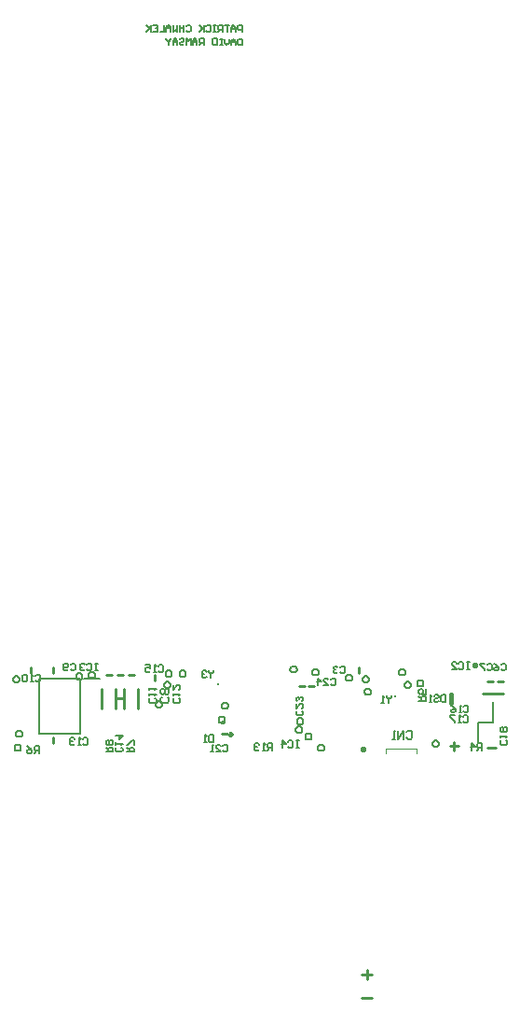
<source format=gbo>
%FSTAX23Y23*%
%MOIN*%
%SFA1B1*%

%IPPOS*%
%ADD10C,0.009800*%
%ADD11C,0.007900*%
%ADD12C,0.003900*%
%ADD13C,0.010000*%
%ADD14C,0.008000*%
%ADD15C,0.005000*%
%ADD16C,0.006000*%
%ADD102C,0.005100*%
%ADD103C,0.015700*%
%LNpower_pcb-1*%
%LPD*%
G54D10*
X01884Y01495D02*
D01*
X01884Y01495*
X01884Y01495*
X01884Y01496*
X01884Y01496*
X01884Y01496*
X01884Y01496*
X01884Y01497*
X01884Y01497*
X01883Y01497*
X01883Y01498*
X01883Y01498*
X01883Y01498*
X01883Y01498*
X01882Y01499*
X01882Y01499*
X01882Y01499*
X01881Y01499*
X01881Y01499*
X01881Y01499*
X0188Y01499*
X0188Y01499*
X0188Y01499*
X01879*
X01879Y01499*
X01879Y01499*
X01878Y01499*
X01878Y01499*
X01878Y01499*
X01877Y01499*
X01877Y01499*
X01877Y01499*
X01876Y01498*
X01876Y01498*
X01876Y01498*
X01876Y01498*
X01876Y01497*
X01875Y01497*
X01875Y01497*
X01875Y01496*
X01875Y01496*
X01875Y01496*
X01875Y01496*
X01875Y01495*
X01875Y01495*
X01875Y01495*
X01875Y01494*
X01875Y01494*
X01875Y01493*
X01875Y01493*
X01875Y01493*
X01875Y01493*
X01875Y01492*
X01875Y01492*
X01876Y01492*
X01876Y01491*
X01876Y01491*
X01876Y01491*
X01876Y01491*
X01877Y0149*
X01877Y0149*
X01877Y0149*
X01878Y0149*
X01878Y0149*
X01878Y0149*
X01879Y0149*
X01879Y0149*
X01879Y0149*
X0188*
X0188Y0149*
X0188Y0149*
X01881Y0149*
X01881Y0149*
X01881Y0149*
X01882Y0149*
X01882Y0149*
X01882Y0149*
X01883Y01491*
X01883Y01491*
X01883Y01491*
X01883Y01491*
X01883Y01492*
X01884Y01492*
X01884Y01492*
X01884Y01493*
X01884Y01493*
X01884Y01493*
X01884Y01493*
X01884Y01494*
X01884Y01494*
X01884Y01495*
X0101Y01247D02*
D01*
X0101Y01248*
X0101Y01248*
X0101Y01248*
X0101Y01249*
X0101Y01249*
X01009Y01249*
X01009Y0125*
X01009Y0125*
X01009Y0125*
X01009Y0125*
X01008Y01251*
X01008Y01251*
X01008Y01251*
X01008Y01251*
X01007Y01251*
X01007Y01252*
X01007Y01252*
X01006Y01252*
X01006Y01252*
X01006Y01252*
X01005Y01252*
X01005Y01252*
X01005*
X01004Y01252*
X01004Y01252*
X01004Y01252*
X01003Y01252*
X01003Y01252*
X01003Y01252*
X01002Y01251*
X01002Y01251*
X01002Y01251*
X01002Y01251*
X01001Y01251*
X01001Y0125*
X01001Y0125*
X01001Y0125*
X01001Y0125*
X01Y01249*
X01Y01249*
X01Y01249*
X01Y01248*
X01Y01248*
X01Y01248*
X01Y01247*
X01Y01247*
X01Y01247*
X01Y01246*
X01Y01246*
X01Y01246*
X01Y01245*
X01001Y01245*
X01001Y01245*
X01001Y01244*
X01001Y01244*
X01001Y01244*
X01002Y01244*
X01002Y01243*
X01002Y01243*
X01002Y01243*
X01003Y01243*
X01003Y01243*
X01003Y01243*
X01004Y01242*
X01004Y01242*
X01004Y01242*
X01005Y01242*
X01005*
X01005Y01242*
X01006Y01242*
X01006Y01242*
X01006Y01243*
X01007Y01243*
X01007Y01243*
X01007Y01243*
X01008Y01243*
X01008Y01243*
X01008Y01244*
X01008Y01244*
X01009Y01244*
X01009Y01244*
X01009Y01245*
X01009Y01245*
X01009Y01245*
X0101Y01246*
X0101Y01246*
X0101Y01246*
X0101Y01247*
X0101Y01247*
X0101Y01247*
G54D11*
X00978Y01286D02*
D01*
X00978Y01286*
X00979Y01286*
X00979Y01286*
X00979Y01286*
X0098Y01286*
X0098Y01286*
X0098Y01286*
X0098Y01286*
X0098Y01286*
X00981Y01287*
X00981Y01287*
X00981Y01287*
X00981Y01287*
X00981Y01287*
X00982Y01288*
X00982Y01288*
X00982Y01288*
X00982Y01288*
X00982Y01289*
X00982Y01289*
X00982Y01289*
X00982Y01289*
Y0129*
X00982Y0129*
X00982Y0129*
X00982Y0129*
X00982Y01291*
X00982Y01291*
X00982Y01291*
X00982Y01291*
X00981Y01292*
X00981Y01292*
X00981Y01292*
X00981Y01292*
X00981Y01292*
X0098Y01293*
X0098Y01293*
X0098Y01293*
X0098Y01293*
X0098Y01293*
X00979Y01293*
X00979Y01293*
X00979Y01293*
X00978Y01293*
X00978Y01293*
D01*
X00978Y01293*
X00978Y01293*
X00977Y01293*
X00977Y01293*
X00977Y01293*
X00977Y01293*
X00976Y01293*
X00976Y01293*
X00976Y01293*
X00976Y01292*
X00975Y01292*
X00975Y01292*
X00975Y01292*
X00975Y01292*
X00975Y01291*
X00975Y01291*
X00975Y01291*
X00974Y01291*
X00974Y0129*
X00974Y0129*
X00974Y0129*
X00974Y0129*
Y01289*
X00974Y01289*
X00974Y01289*
X00974Y01289*
X00974Y01288*
X00975Y01288*
X00975Y01288*
X00975Y01288*
X00975Y01287*
X00975Y01287*
X00975Y01287*
X00975Y01287*
X00976Y01287*
X00976Y01286*
X00976Y01286*
X00976Y01286*
X00977Y01286*
X00977Y01286*
X00977Y01286*
X00977Y01286*
X00978Y01286*
X00978Y01286*
X00978Y01286*
X00321Y01446D02*
X00467D01*
X00321Y01249D02*
Y01446D01*
Y01249D02*
X00467D01*
Y01446*
X0048Y01447D02*
X00539D01*
G54D12*
X00958Y01427D02*
D01*
X00958Y01427*
X00958Y01427*
X00958Y01427*
X00958Y01427*
X00958Y01426*
X00958Y01426*
X00958Y01426*
X00958Y01426*
X00958Y01426*
X00958Y01426*
X00958Y01426*
X00958Y01426*
X00959Y01426*
X00959Y01425*
X00959Y01425*
X00959Y01425*
X00959Y01425*
X00959Y01425*
X00959Y01425*
X00959Y01425*
X0096Y01425*
X0096Y01425*
X0096*
X0096Y01425*
X0096Y01425*
X0096Y01425*
X0096Y01425*
X00961Y01425*
X00961Y01425*
X00961Y01425*
X00961Y01425*
X00961Y01426*
X00961Y01426*
X00961Y01426*
X00961Y01426*
X00961Y01426*
X00961Y01426*
X00962Y01426*
X00962Y01426*
X00962Y01426*
X00962Y01427*
X00962Y01427*
X00962Y01427*
X00962Y01427*
X00962Y01427*
D01*
X00962Y01427*
X00962Y01427*
X00962Y01428*
X00962Y01428*
X00962Y01428*
X00962Y01428*
X00961Y01428*
X00961Y01428*
X00961Y01428*
X00961Y01428*
X00961Y01428*
X00961Y01429*
X00961Y01429*
X00961Y01429*
X00961Y01429*
X00961Y01429*
X0096Y01429*
X0096Y01429*
X0096Y01429*
X0096Y01429*
X0096Y01429*
X0096Y01429*
X0096*
X00959Y01429*
X00959Y01429*
X00959Y01429*
X00959Y01429*
X00959Y01429*
X00959Y01429*
X00959Y01429*
X00959Y01429*
X00958Y01429*
X00958Y01429*
X00958Y01428*
X00958Y01428*
X00958Y01428*
X00958Y01428*
X00958Y01428*
X00958Y01428*
X00958Y01428*
X00958Y01428*
X00958Y01428*
X00958Y01427*
X00958Y01427*
X00958Y01427*
X01592Y01384D02*
D01*
X01592Y01384*
X01592Y01384*
X01592Y01384*
X01592Y01384*
X01592Y01384*
X01592Y01384*
X01592Y01383*
X01592Y01383*
X01592Y01383*
X01593Y01383*
X01593Y01383*
X01593Y01383*
X01593Y01383*
X01593Y01383*
X01593Y01383*
X01593Y01383*
X01593Y01383*
X01593Y01382*
X01594Y01382*
X01594Y01382*
X01594Y01382*
X01594Y01382*
X01594*
X01594Y01382*
X01594Y01382*
X01595Y01382*
X01595Y01382*
X01595Y01383*
X01595Y01383*
X01595Y01383*
X01595Y01383*
X01595Y01383*
X01595Y01383*
X01596Y01383*
X01596Y01383*
X01596Y01383*
X01596Y01383*
X01596Y01383*
X01596Y01384*
X01596Y01384*
X01596Y01384*
X01596Y01384*
X01596Y01384*
X01596Y01384*
X01596Y01384*
D01*
X01596Y01385*
X01596Y01385*
X01596Y01385*
X01596Y01385*
X01596Y01385*
X01596Y01385*
X01596Y01385*
X01596Y01385*
X01596Y01386*
X01596Y01386*
X01595Y01386*
X01595Y01386*
X01595Y01386*
X01595Y01386*
X01595Y01386*
X01595Y01386*
X01595Y01386*
X01595Y01386*
X01594Y01386*
X01594Y01386*
X01594Y01386*
X01594Y01386*
X01594*
X01594Y01386*
X01594Y01386*
X01594Y01386*
X01593Y01386*
X01593Y01386*
X01593Y01386*
X01593Y01386*
X01593Y01386*
X01593Y01386*
X01593Y01386*
X01593Y01386*
X01592Y01386*
X01592Y01386*
X01592Y01385*
X01592Y01385*
X01592Y01385*
X01592Y01385*
X01592Y01385*
X01592Y01385*
X01592Y01385*
X01592Y01385*
X01592Y01384*
X01562Y01181D02*
Y01197D01*
X01671*
Y01181D02*
Y01197D01*
G54D13*
X01484Y01195D02*
D01*
X01484Y01195*
X01484Y01195*
X01484Y01195*
X01484Y01196*
X01484Y01196*
X01484Y01196*
X01483Y01197*
X01483Y01197*
X01483Y01197*
X01483Y01197*
X01483Y01198*
X01482Y01198*
X01482Y01198*
X01482Y01198*
X01482Y01198*
X01481Y01198*
X01481Y01199*
X01481Y01199*
X01481Y01199*
X0148Y01199*
X0148Y01199*
X0148Y01199*
X01479*
X01479Y01199*
X01479Y01199*
X01478Y01199*
X01478Y01199*
X01478Y01199*
X01478Y01198*
X01477Y01198*
X01477Y01198*
X01477Y01198*
X01477Y01198*
X01476Y01198*
X01476Y01197*
X01476Y01197*
X01476Y01197*
X01476Y01197*
X01475Y01196*
X01475Y01196*
X01475Y01196*
X01475Y01195*
X01475Y01195*
X01475Y01195*
X01475Y01195*
X01475Y01194*
X01475Y01194*
X01475Y01194*
X01475Y01193*
X01475Y01193*
X01475Y01193*
X01476Y01192*
X01476Y01192*
X01476Y01192*
X01476Y01192*
X01476Y01191*
X01477Y01191*
X01477Y01191*
X01477Y01191*
X01477Y01191*
X01478Y01191*
X01478Y0119*
X01478Y0119*
X01478Y0119*
X01479Y0119*
X01479Y0119*
X01479Y0119*
X0148*
X0148Y0119*
X0148Y0119*
X01481Y0119*
X01481Y0119*
X01481Y0119*
X01481Y01191*
X01482Y01191*
X01482Y01191*
X01482Y01191*
X01482Y01191*
X01483Y01191*
X01483Y01192*
X01483Y01192*
X01483Y01192*
X01483Y01192*
X01484Y01193*
X01484Y01193*
X01484Y01193*
X01484Y01194*
X01484Y01194*
X01484Y01194*
X01484Y01195*
X01805Y0119D02*
Y0122D01*
X01925Y012D02*
X01955D01*
X0179Y01205D02*
X0182D01*
X01909Y01394D02*
X0198D01*
X0196Y01435D02*
X0198D01*
X01465Y01465D02*
Y01485D01*
X0125Y0142D02*
X0127D01*
X01285D02*
X01305D01*
X006Y01375D02*
X0062D01*
X00626Y01339D02*
Y0141D01*
X00673Y01339D02*
Y0141D01*
X00975Y0125D02*
X00995D01*
X00735Y0144D02*
Y0146D01*
X0064D02*
X0066D01*
X006D02*
X0062D01*
X0056D02*
X0058D01*
X0037Y01465D02*
Y01485D01*
X00593Y01339D02*
Y0141D01*
X00546Y01339D02*
Y0141D01*
X0029Y01465D02*
Y01485D01*
X0037Y01215D02*
Y01235D01*
X01925Y01435D02*
X01945D01*
X0151Y00305D02*
X01476D01*
X0151Y0039D02*
X01476D01*
X01493Y00406D02*
Y00373D01*
G54D14*
X01048Y03755D02*
X01048Y03779D01*
X01036*
X01032Y03775*
Y03767*
X01036Y03763*
X01048Y03763*
X01024Y03755D02*
X01024Y03771D01*
X01016Y03779*
X01008Y03771*
Y03755*
Y03767*
X01024*
X01001Y03779D02*
X00985D01*
X00993*
X00993Y03755*
X00977D02*
X00977Y03779D01*
X00965Y03779*
X00961Y03775*
Y03767*
X00965Y03763*
X00977*
X00969D02*
X00961Y03755D01*
X00953Y03779D02*
X00946Y03779D01*
X00949Y03779*
X00949Y03755*
X00953*
X00945*
X00918Y03775D02*
X00922Y03779D01*
X0093Y03779*
X00934Y03775*
Y03759*
X0093Y03756*
X00922*
X00918Y0376*
X0091Y03779D02*
Y03756D01*
Y03764*
X00894Y03779*
X00906Y03767*
X00894Y03756*
X00847Y03776D02*
X00851Y03779D01*
X00859*
X00863Y03775*
X00863Y0376*
X00859Y03756*
X00851*
X00847Y0376*
X00839Y0378D02*
X00839Y03756D01*
X00839Y03768*
X00823*
X00824Y0378*
X00823Y03756*
X00816Y0378D02*
X00816Y03756D01*
X00808Y03764*
X008Y03756*
Y0378*
X00792Y03756D02*
Y03772D01*
X00784Y0378*
X00776Y03772*
X00776Y03756*
X00776Y03768*
X00792Y03768*
X00768Y0378D02*
X00768Y03756D01*
X00753Y03756*
X00729Y0378D02*
X00745Y0378D01*
Y03756*
X00729Y03756*
X00745Y03768D02*
X00737D01*
X00721Y0378D02*
X00721Y03756D01*
X00721Y03764*
X00705Y0378*
X00717Y03768*
X00705Y03756*
X01048Y03731D02*
X01048Y03708D01*
X01036Y03708*
X01032Y03712*
X01032Y03727*
X01036Y03731*
X01048Y03731*
X01024Y03708D02*
X01024Y03723D01*
X01016Y03731*
X01008Y03723*
Y03708*
Y0372*
X01024Y03719*
X01Y03731D02*
X01Y03716D01*
X00992Y03708*
X00985Y03716*
Y03731*
X00977D02*
X00969D01*
X00973*
Y03708*
X00977*
X00969*
X00957Y03732D02*
X00957Y03708D01*
X00945*
X00941Y03712*
Y03728*
X00945Y03732*
X00957*
X0091Y03708D02*
X0091Y03732D01*
X00898*
X00894Y03728*
Y0372*
X00898Y03716*
X0091Y03716*
X00902D02*
X00894Y03708D01*
X00886D02*
Y03724D01*
X00878Y03732*
X00871Y03724*
X0087Y03708*
X00871Y0372*
X00886Y0372*
X00863Y03708D02*
Y03732D01*
X00855Y03724*
X00847Y03732*
X00847Y03708*
X00823Y03728D02*
X00827Y03732D01*
X00835Y03732*
X00839Y03728*
Y03724*
X00835Y0372*
X00827Y0372*
X00823Y03716*
Y03712*
X00827Y03708*
X00835Y03708*
X00839Y03712*
X00815Y03708D02*
X00815Y03724D01*
X00808Y03732*
X008Y03724*
Y03709*
Y0372*
X00815Y0372*
X00792Y03732D02*
Y03728D01*
X00784Y0372*
X00776Y03728*
X00776Y03732*
X00784Y0372D02*
X00784Y03709D01*
G54D15*
X0189Y0129D02*
X01945D01*
X0189Y01218D02*
Y0129D01*
X01945Y01289D02*
Y01363D01*
X0158Y01385D02*
Y0138D01*
X01571Y01372*
X01563Y0138*
Y01385*
X01571Y01372D02*
Y0136D01*
X01555D02*
X01546D01*
X0155*
Y01385*
X01555Y0138*
X00945Y01475D02*
Y0147D01*
X00936Y01462*
X00928Y0147*
Y01475*
X00936Y01462D02*
Y0145D01*
X0092Y0147D02*
X00915Y01475D01*
X00907*
X00903Y0147*
Y01466*
X00907Y01462*
X00911*
X00907*
X00903Y01458*
Y01454*
X00907Y0145*
X00915*
X0092Y01454*
X01155Y0119D02*
Y01215D01*
X01142*
X01138Y0121*
Y01202*
X01142Y01198*
X01155*
X01146D02*
X01138Y0119D01*
X0113D02*
X01121D01*
X01125*
Y01215*
X0113Y0121*
X01109D02*
X01105Y01215D01*
X01096*
X01092Y0121*
Y01206*
X01096Y01202*
X011*
X01096*
X01092Y01198*
Y01194*
X01096Y0119*
X01105*
X01109Y01194*
X00978Y01205D02*
X00982Y0121D01*
X0099*
X00995Y01205*
Y01189*
X0099Y01185*
X00982*
X00978Y01189*
X00953Y01185D02*
X0097D01*
X00953Y01201*
Y01205*
X00957Y0121*
X00965*
X0097Y01205*
X00945Y01185D02*
X00936D01*
X0094*
Y0121*
X00945Y01205*
X01364Y01443D02*
X01368Y01447D01*
X01377*
X01381Y01443*
Y01427*
X01377Y01422*
X01368*
X01364Y01427*
X01339Y01422D02*
X01356D01*
X01339Y01439*
Y01443*
X01343Y01447*
X01352*
X01356Y01443*
X01318Y01422D02*
Y01447D01*
X01331Y01435*
X01314*
X0126Y01331D02*
X01265Y01327D01*
Y01319*
X0126Y01315*
X01244*
X0124Y01319*
Y01327*
X01244Y01331*
X0124Y01356D02*
Y0134D01*
X01256Y01356*
X0126*
X01265Y01352*
Y01344*
X0126Y0134*
Y01365D02*
X01265Y01369D01*
Y01377*
X0126Y01381*
X01256*
X01252Y01377*
Y01373*
Y01377*
X01248Y01381*
X01244*
X0124Y01377*
Y01369*
X01244Y01365*
X01398Y01486D02*
X01402Y0149D01*
X0141*
X01414Y01486*
Y0147*
X0141Y01465*
X01402*
X01398Y0147*
X01389Y01486D02*
X01385Y0149D01*
X01377*
X01373Y01486*
Y01482*
X01377Y01478*
X01381*
X01377*
X01373Y01474*
Y0147*
X01377Y01465*
X01385*
X01389Y0147*
X0125Y01225D02*
X01241D01*
X01245*
Y012*
X0125*
X01241*
X01212Y0122D02*
X01216Y01225D01*
X01225*
X01229Y0122*
Y01204*
X01225Y012*
X01216*
X01212Y01204*
X01191Y012D02*
Y01225D01*
X01204Y01212*
X01187*
X01973Y01495D02*
X01977Y015D01*
X01985*
X0199Y01495*
Y01479*
X01985Y01475*
X01977*
X01973Y01479*
X01948Y015D02*
X01956Y01495D01*
X01965Y01487*
Y01479*
X0196Y01475*
X01952*
X01948Y01479*
Y01483*
X01952Y01487*
X01965*
X00945Y01245D02*
Y0122D01*
X00932*
X00928Y01224*
Y0124*
X00932Y01245*
X00945*
X0092Y0122D02*
X00911D01*
X00915*
Y01245*
X0092Y0124*
X0199Y01226D02*
X01995Y01222D01*
Y01214*
X0199Y0121*
X01974*
X0197Y01214*
Y01222*
X01974Y01226*
X0197Y01235D02*
Y01243D01*
Y01239*
X01995*
X0199Y01235*
Y01255D02*
X01995Y0126D01*
Y01268*
X0199Y01272*
X01986*
X01982Y01268*
X01978Y01272*
X01974*
X0197Y01268*
Y0126*
X01974Y01255*
X01978*
X01982Y0126*
X01986Y01255*
X0199*
X01982Y0126D02*
Y01268D01*
X01838Y0131D02*
X01842Y01315D01*
X0185*
X01855Y0131*
Y01294*
X0185Y0129*
X01842*
X01838Y01294*
X0183Y0129D02*
X01821D01*
X01825*
Y01315*
X0183Y0131*
X01809Y01315D02*
X01792D01*
Y0131*
X01809Y01294*
Y0129*
X01839Y01345D02*
X01843Y0135D01*
X01852*
X01856Y01345*
Y01329*
X01852Y01325*
X01843*
X01839Y01329*
X01831Y01325D02*
X01823D01*
X01827*
Y0135*
X01831Y01345*
X01793Y0135D02*
X01802Y01345D01*
X0181Y01337*
Y01329*
X01806Y01325*
X01798*
X01793Y01329*
Y01333*
X01798Y01337*
X0181*
X00748Y0149D02*
X00752Y01495D01*
X0076*
X00765Y0149*
Y01474*
X0076Y0147*
X00752*
X00748Y01474*
X0074Y0147D02*
X00731D01*
X00735*
Y01495*
X0074Y0149*
X00702Y01495D02*
X00719D01*
Y01482*
X0071Y01486*
X00706*
X00702Y01482*
Y01474*
X00706Y0147*
X00715*
X00719Y01474*
X00615Y01201D02*
X0062Y01197D01*
Y01189*
X00615Y01185*
X00599*
X00595Y01189*
Y01197*
X00599Y01201*
X00595Y0121D02*
Y01218D01*
Y01214*
X0062*
X00615Y0121*
X00595Y01243D02*
X0062D01*
X00607Y0123*
Y01247*
X00308Y01456D02*
X00312Y0146D01*
X0032*
X00325Y01456*
Y01439*
X0032Y01435*
X00312*
X00308Y01439*
X003Y01435D02*
X00291D01*
X00295*
Y0146*
X003Y01456*
X00279D02*
X00275Y0146D01*
X00266*
X00262Y01456*
Y01439*
X00266Y01435*
X00275*
X00279Y01439*
Y01456*
X00433Y01495D02*
X00437Y015D01*
X00445*
X0045Y01495*
Y01479*
X00445Y01475*
X00437*
X00433Y01479*
X00425D02*
X0042Y01475D01*
X00412*
X00408Y01479*
Y01495*
X00412Y015*
X0042*
X00425Y01495*
Y01491*
X0042Y01487*
X00408*
X00735Y01376D02*
X0074Y01372D01*
Y01364*
X00735Y0136*
X00719*
X00715Y01364*
Y01372*
X00719Y01376*
X00715Y01385D02*
Y01393D01*
Y01389*
X0074*
X00735Y01385*
X00715Y01405D02*
Y01414D01*
Y0141*
X0074*
X00735Y01405*
X0082Y01376D02*
X00825Y01372D01*
Y01364*
X0082Y0136*
X00804*
X008Y01364*
Y01372*
X00804Y01376*
X008Y01385D02*
Y01393D01*
Y01389*
X00825*
X0082Y01385*
X008Y01422D02*
Y01405D01*
X00816Y01422*
X0082*
X00825Y01418*
Y0141*
X0082Y01405*
X00478Y0123D02*
X00482Y01235D01*
X0049*
X00495Y0123*
Y01214*
X0049Y0121*
X00482*
X00478Y01214*
X0047Y0121D02*
X00461D01*
X00465*
Y01235*
X0047Y0123*
X00449D02*
X00445Y01235D01*
X00436*
X00432Y0123*
Y01226*
X00436Y01222*
X0044*
X00436*
X00432Y01218*
Y01214*
X00436Y0121*
X00445*
X00449Y01214*
X01679Y01366D02*
X01704D01*
Y01379*
X017Y01383*
X01691*
X01687Y01379*
Y01366*
Y01375D02*
X01679Y01383D01*
X01704Y01408D02*
Y01391D01*
X01691*
X01695Y014*
Y01404*
X01691Y01408*
X01683*
X01679Y01404*
Y01396*
X01683Y01391*
X01905Y0119D02*
Y01215D01*
X01892*
X01888Y01211*
Y01203*
X01892Y01198*
X01905*
X01896D02*
X01888Y0119D01*
X01867D02*
Y01215D01*
X0188Y01203*
X01863*
X0056Y01185D02*
X00585D01*
Y01197*
X0058Y01201*
X00572*
X00568Y01197*
Y01185*
Y01193D02*
X0056Y01201D01*
X0058Y0121D02*
X00585Y01214D01*
Y01222*
X0058Y01226*
X00576*
X00572Y01222*
X00568Y01226*
X00564*
X0056Y01222*
Y01214*
X00564Y0121*
X00568*
X00572Y01214*
X00576Y0121*
X0058*
X00572Y01214D02*
Y01222D01*
X0032Y0118D02*
Y01205D01*
X00307*
X00303Y012*
Y01192*
X00307Y01188*
X0032*
X00311D02*
X00303Y0118D01*
X00278Y01205D02*
X00286Y012D01*
X00295Y01192*
Y01184*
X0029Y0118*
X00282*
X00278Y01184*
Y01188*
X00282Y01192*
X00295*
X0186Y01505D02*
X01851D01*
X01855*
Y0148*
X0186*
X01851*
X01822Y015D02*
X01826Y01505D01*
X01835*
X01839Y015*
Y01484*
X01835Y0148*
X01826*
X01822Y01484*
X01797Y0148D02*
X01814D01*
X01797Y01496*
Y015*
X01801Y01505*
X0181*
X01814Y015*
X0053Y015D02*
X00521D01*
X00525*
Y01475*
X0053*
X00521*
X00492Y01495D02*
X00496Y015D01*
X00505*
X00509Y01495*
Y01479*
X00505Y01475*
X00496*
X00492Y01479*
X00484Y01495D02*
X0048Y015D01*
X00471*
X00467Y01495*
Y01491*
X00471Y01487*
X00475*
X00471*
X00467Y01483*
Y01479*
X00471Y01475*
X0048*
X00484Y01479*
X01776Y01388D02*
Y01363D01*
X01763*
X01759Y01367*
Y01384*
X01763Y01388*
X01776*
X01734Y01384D02*
X01738Y01388D01*
X01746*
X01751Y01384*
Y01379*
X01746Y01375*
X01738*
X01734Y01371*
Y01367*
X01738Y01363*
X01746*
X01751Y01367*
X01726Y01363D02*
X01717D01*
X01721*
Y01388*
X01726Y01384*
X01923Y01495D02*
X01927Y015D01*
X01935*
X0194Y01495*
Y01479*
X01935Y01475*
X01927*
X01923Y01479*
X01915Y015D02*
X01898D01*
Y01495*
X01915Y01479*
Y01475*
G54D16*
X01635Y01255D02*
X0164Y0126D01*
X0165*
X01655Y01255*
Y01235*
X0165Y0123*
X0164*
X01635Y01235*
X01625Y0123D02*
Y0126D01*
X01605Y0123*
Y0126*
X01595Y0123D02*
X01585D01*
X0159*
Y0126*
X01595Y01255*
X0078Y0138D02*
X00785Y01375D01*
Y01365*
X0078Y0136*
X0076*
X00755Y01365*
Y01375*
X0076Y0138*
X0078Y0139D02*
X00785Y01395D01*
Y01405*
X0078Y0141*
X00775*
X0077Y01405*
X00765Y0141*
X0076*
X00755Y01405*
Y01395*
X0076Y0139*
X00765*
X0077Y01395*
X00775Y0139*
X0078*
X0077Y01395D02*
Y01405D01*
X00635Y01185D02*
X0066D01*
Y01197*
X00655Y01201*
X00647*
X00643Y01197*
Y01185*
Y01193D02*
X00635Y01201D01*
X0066Y0121D02*
Y01226D01*
X00655*
X00639Y0121*
X00635*
G54D102*
X01296Y0124D02*
D01*
X01296Y0124*
X01296Y01241*
X01296Y01242*
X01296Y01243*
X01296Y01244*
X01295Y01244*
X01295Y01245*
X01295Y01246*
X01294Y01246*
X01294Y01247*
X01293Y01248*
X01292Y01248*
X01292Y01249*
X01291Y01249*
X0129Y0125*
X0129Y0125*
X01289Y0125*
X01288Y01251*
X01287Y01251*
X01287Y01251*
X01286Y01251*
X01285Y01251*
X01284*
X01283Y01251*
X01282Y01251*
X01282Y01251*
X01281Y01251*
X0128Y0125*
X01279Y0125*
X01279Y0125*
X01278Y01249*
X01277Y01249*
X01277Y01248*
X01276Y01248*
X01275Y01247*
X01275Y01246*
X01274Y01246*
X01274Y01245*
X01274Y01244*
X01273Y01244*
X01273Y01243*
X01273Y01242*
X01273Y01241*
X01273Y0124*
X01273Y0124*
X01273Y01239*
X01273Y01238*
X01273Y01237*
X01273Y01236*
X01273Y01235*
X01274Y01235*
X01274Y01234*
X01274Y01233*
X01275Y01233*
X01275Y01232*
X01276Y01231*
X01277Y01231*
X01277Y0123*
X01278Y0123*
X01279Y01229*
X01279Y01229*
X0128Y01229*
X01281Y01228*
X01282Y01228*
X01282Y01228*
X01283Y01228*
X01284Y01228*
X01285*
X01286Y01228*
X01287Y01228*
X01287Y01228*
X01288Y01228*
X01289Y01229*
X0129Y01229*
X0129Y01229*
X01291Y0123*
X01292Y0123*
X01292Y01231*
X01293Y01231*
X01294Y01232*
X01294Y01233*
X01295Y01233*
X01295Y01234*
X01295Y01235*
X01296Y01235*
X01296Y01236*
X01296Y01237*
X01296Y01238*
X01296Y01239*
X01296Y0124*
X01341Y012D02*
D01*
X01341Y012*
X01341Y01201*
X01341Y01202*
X01341Y01203*
X01341Y01204*
X0134Y01204*
X0134Y01205*
X0134Y01206*
X01339Y01206*
X01339Y01207*
X01338Y01208*
X01337Y01208*
X01337Y01209*
X01336Y01209*
X01335Y0121*
X01335Y0121*
X01334Y0121*
X01333Y01211*
X01332Y01211*
X01332Y01211*
X01331Y01211*
X0133Y01211*
X01329*
X01328Y01211*
X01327Y01211*
X01327Y01211*
X01326Y01211*
X01325Y0121*
X01324Y0121*
X01324Y0121*
X01323Y01209*
X01322Y01209*
X01322Y01208*
X01321Y01208*
X0132Y01207*
X0132Y01206*
X01319Y01206*
X01319Y01205*
X01319Y01204*
X01318Y01204*
X01318Y01203*
X01318Y01202*
X01318Y01201*
X01318Y012*
X01318Y012*
X01318Y01199*
X01318Y01198*
X01318Y01197*
X01318Y01196*
X01318Y01195*
X01319Y01195*
X01319Y01194*
X01319Y01193*
X0132Y01193*
X0132Y01192*
X01321Y01191*
X01322Y01191*
X01322Y0119*
X01323Y0119*
X01324Y01189*
X01324Y01189*
X01325Y01189*
X01326Y01188*
X01327Y01188*
X01327Y01188*
X01328Y01188*
X01329Y01188*
X0133*
X01331Y01188*
X01332Y01188*
X01332Y01188*
X01333Y01188*
X01334Y01189*
X01335Y01189*
X01335Y01189*
X01336Y0119*
X01337Y0119*
X01337Y01191*
X01338Y01191*
X01339Y01192*
X01339Y01193*
X0134Y01193*
X0134Y01194*
X0134Y01195*
X01341Y01195*
X01341Y01196*
X01341Y01197*
X01341Y01198*
X01341Y01199*
X01341Y012*
X01751Y01215D02*
D01*
X01751Y01215*
X01751Y01216*
X01751Y01217*
X01751Y01218*
X01751Y01219*
X0175Y01219*
X0175Y0122*
X0175Y01221*
X01749Y01221*
X01749Y01222*
X01748Y01223*
X01747Y01223*
X01747Y01224*
X01746Y01224*
X01745Y01225*
X01745Y01225*
X01744Y01225*
X01743Y01226*
X01742Y01226*
X01742Y01226*
X01741Y01226*
X0174Y01226*
X01739*
X01738Y01226*
X01737Y01226*
X01737Y01226*
X01736Y01226*
X01735Y01225*
X01734Y01225*
X01734Y01225*
X01733Y01224*
X01732Y01224*
X01732Y01223*
X01731Y01223*
X0173Y01222*
X0173Y01221*
X01729Y01221*
X01729Y0122*
X01729Y01219*
X01728Y01219*
X01728Y01218*
X01728Y01217*
X01728Y01216*
X01728Y01215*
X01728Y01215*
X01728Y01214*
X01728Y01213*
X01728Y01212*
X01728Y01211*
X01728Y0121*
X01729Y0121*
X01729Y01209*
X01729Y01208*
X0173Y01208*
X0173Y01207*
X01731Y01206*
X01732Y01206*
X01732Y01205*
X01733Y01205*
X01734Y01204*
X01734Y01204*
X01735Y01204*
X01736Y01203*
X01737Y01203*
X01737Y01203*
X01738Y01203*
X01739Y01203*
X0174*
X01741Y01203*
X01742Y01203*
X01742Y01203*
X01743Y01203*
X01744Y01204*
X01745Y01204*
X01745Y01204*
X01746Y01205*
X01747Y01205*
X01747Y01206*
X01748Y01206*
X01749Y01207*
X01749Y01208*
X0175Y01208*
X0175Y01209*
X0175Y0121*
X01751Y0121*
X01751Y01211*
X01751Y01212*
X01751Y01213*
X01751Y01214*
X01751Y01215*
X01696Y0143D02*
D01*
X01696Y0143*
X01696Y01431*
X01696Y01432*
X01696Y01433*
X01696Y01434*
X01695Y01434*
X01695Y01435*
X01695Y01436*
X01694Y01436*
X01694Y01437*
X01693Y01438*
X01692Y01438*
X01692Y01439*
X01691Y01439*
X0169Y0144*
X0169Y0144*
X01689Y0144*
X01688Y01441*
X01687Y01441*
X01687Y01441*
X01686Y01441*
X01685Y01441*
X01684*
X01683Y01441*
X01682Y01441*
X01682Y01441*
X01681Y01441*
X0168Y0144*
X01679Y0144*
X01679Y0144*
X01678Y01439*
X01677Y01439*
X01677Y01438*
X01676Y01438*
X01675Y01437*
X01675Y01436*
X01674Y01436*
X01674Y01435*
X01674Y01434*
X01673Y01434*
X01673Y01433*
X01673Y01432*
X01673Y01431*
X01673Y0143*
X01673Y0143*
X01673Y01429*
X01673Y01428*
X01673Y01427*
X01673Y01426*
X01673Y01425*
X01674Y01425*
X01674Y01424*
X01674Y01423*
X01675Y01423*
X01675Y01422*
X01676Y01421*
X01677Y01421*
X01677Y0142*
X01678Y0142*
X01679Y01419*
X01679Y01419*
X0168Y01419*
X01681Y01418*
X01682Y01418*
X01682Y01418*
X01683Y01418*
X01684Y01418*
X01685*
X01686Y01418*
X01687Y01418*
X01687Y01418*
X01688Y01418*
X01689Y01419*
X0169Y01419*
X0169Y01419*
X01691Y0142*
X01692Y0142*
X01692Y01421*
X01693Y01421*
X01694Y01422*
X01694Y01423*
X01695Y01423*
X01695Y01424*
X01695Y01425*
X01696Y01425*
X01696Y01426*
X01696Y01427*
X01696Y01428*
X01696Y01429*
X01696Y0143*
X01651Y01425D02*
D01*
X01651Y01425*
X01651Y01426*
X01651Y01427*
X01651Y01428*
X01651Y01429*
X0165Y01429*
X0165Y0143*
X0165Y01431*
X01649Y01431*
X01649Y01432*
X01648Y01433*
X01647Y01433*
X01647Y01434*
X01646Y01434*
X01645Y01435*
X01645Y01435*
X01644Y01435*
X01643Y01436*
X01642Y01436*
X01642Y01436*
X01641Y01436*
X0164Y01436*
X01639*
X01638Y01436*
X01637Y01436*
X01637Y01436*
X01636Y01436*
X01635Y01435*
X01634Y01435*
X01634Y01435*
X01633Y01434*
X01632Y01434*
X01632Y01433*
X01631Y01433*
X0163Y01432*
X0163Y01431*
X01629Y01431*
X01629Y0143*
X01629Y01429*
X01628Y01429*
X01628Y01428*
X01628Y01427*
X01628Y01426*
X01628Y01425*
X01628Y01425*
X01628Y01424*
X01628Y01423*
X01628Y01422*
X01628Y01421*
X01628Y0142*
X01629Y0142*
X01629Y01419*
X01629Y01418*
X0163Y01418*
X0163Y01417*
X01631Y01416*
X01632Y01416*
X01632Y01415*
X01633Y01415*
X01634Y01414*
X01634Y01414*
X01635Y01414*
X01636Y01413*
X01637Y01413*
X01637Y01413*
X01638Y01413*
X01639Y01413*
X0164*
X01641Y01413*
X01642Y01413*
X01642Y01413*
X01643Y01413*
X01644Y01414*
X01645Y01414*
X01645Y01414*
X01646Y01415*
X01647Y01415*
X01647Y01416*
X01648Y01416*
X01649Y01417*
X01649Y01418*
X0165Y01418*
X0165Y01419*
X0165Y0142*
X01651Y0142*
X01651Y01421*
X01651Y01422*
X01651Y01423*
X01651Y01424*
X01651Y01425*
X01509Y014D02*
D01*
X01509Y014*
X01509Y01401*
X01509Y01402*
X01508Y01403*
X01508Y01404*
X01508Y01404*
X01507Y01405*
X01507Y01406*
X01507Y01406*
X01506Y01407*
X01505Y01408*
X01505Y01408*
X01504Y01409*
X01504Y01409*
X01503Y0141*
X01502Y0141*
X01501Y0141*
X01501Y01411*
X015Y01411*
X01499Y01411*
X01498Y01411*
X01497Y01411*
X01497*
X01496Y01411*
X01495Y01411*
X01494Y01411*
X01493Y01411*
X01493Y0141*
X01492Y0141*
X01491Y0141*
X0149Y01409*
X0149Y01409*
X01489Y01408*
X01489Y01408*
X01488Y01407*
X01487Y01406*
X01487Y01406*
X01487Y01405*
X01486Y01404*
X01486Y01404*
X01486Y01403*
X01485Y01402*
X01485Y01401*
X01485Y014*
X01485Y014*
X01485Y01399*
X01485Y01398*
X01485Y01397*
X01486Y01396*
X01486Y01395*
X01486Y01395*
X01487Y01394*
X01487Y01393*
X01487Y01393*
X01488Y01392*
X01489Y01391*
X01489Y01391*
X0149Y0139*
X0149Y0139*
X01491Y01389*
X01492Y01389*
X01493Y01389*
X01493Y01388*
X01494Y01388*
X01495Y01388*
X01496Y01388*
X01497Y01388*
X01497*
X01498Y01388*
X01499Y01388*
X015Y01388*
X01501Y01388*
X01501Y01389*
X01502Y01389*
X01503Y01389*
X01504Y0139*
X01504Y0139*
X01505Y01391*
X01505Y01391*
X01506Y01392*
X01507Y01393*
X01507Y01393*
X01507Y01394*
X01508Y01395*
X01508Y01395*
X01508Y01396*
X01509Y01397*
X01509Y01398*
X01509Y01399*
X01509Y014*
X01501Y01444D02*
D01*
X01501Y01445*
X01501Y01446*
X01501Y01447*
X01501Y01448*
X01501Y01448*
X015Y01449*
X015Y0145*
X015Y01451*
X01499Y01451*
X01499Y01452*
X01498Y01453*
X01497Y01453*
X01497Y01454*
X01496Y01454*
X01496Y01455*
X01495Y01455*
X01494Y01455*
X01493Y01456*
X01492Y01456*
X01492Y01456*
X01491Y01456*
X0149Y01456*
X01489*
X01488Y01456*
X01488Y01456*
X01487Y01456*
X01486Y01456*
X01485Y01455*
X01484Y01455*
X01484Y01455*
X01483Y01454*
X01482Y01454*
X01482Y01453*
X01481Y01453*
X01481Y01452*
X0148Y01451*
X0148Y01451*
X01479Y0145*
X01479Y01449*
X01479Y01448*
X01478Y01448*
X01478Y01447*
X01478Y01446*
X01478Y01445*
X01478Y01444*
X01478Y01444*
X01478Y01443*
X01478Y01442*
X01478Y01441*
X01479Y0144*
X01479Y0144*
X01479Y01439*
X0148Y01438*
X0148Y01437*
X01481Y01437*
X01481Y01436*
X01482Y01436*
X01482Y01435*
X01483Y01435*
X01484Y01434*
X01484Y01434*
X01485Y01433*
X01486Y01433*
X01487Y01433*
X01488Y01433*
X01488Y01433*
X01489Y01433*
X0149*
X01491Y01433*
X01492Y01433*
X01492Y01433*
X01493Y01433*
X01494Y01433*
X01495Y01434*
X01496Y01434*
X01496Y01435*
X01497Y01435*
X01497Y01436*
X01498Y01436*
X01499Y01437*
X01499Y01437*
X015Y01438*
X015Y01439*
X015Y0144*
X01501Y0144*
X01501Y01441*
X01501Y01442*
X01501Y01443*
X01501Y01444*
X01501Y01444*
X01631Y0147D02*
D01*
X01631Y0147*
X01631Y01471*
X01631Y01472*
X01631Y01473*
X01631Y01474*
X0163Y01474*
X0163Y01475*
X0163Y01476*
X01629Y01476*
X01629Y01477*
X01628Y01478*
X01627Y01478*
X01627Y01479*
X01626Y01479*
X01625Y0148*
X01625Y0148*
X01624Y0148*
X01623Y01481*
X01622Y01481*
X01622Y01481*
X01621Y01481*
X0162Y01481*
X01619*
X01618Y01481*
X01617Y01481*
X01617Y01481*
X01616Y01481*
X01615Y0148*
X01614Y0148*
X01614Y0148*
X01613Y01479*
X01612Y01479*
X01612Y01478*
X01611Y01478*
X0161Y01477*
X0161Y01476*
X01609Y01476*
X01609Y01475*
X01609Y01474*
X01608Y01474*
X01608Y01473*
X01608Y01472*
X01608Y01471*
X01608Y0147*
X01608Y0147*
X01608Y01469*
X01608Y01468*
X01608Y01467*
X01608Y01466*
X01608Y01465*
X01609Y01465*
X01609Y01464*
X01609Y01463*
X0161Y01463*
X0161Y01462*
X01611Y01461*
X01612Y01461*
X01612Y0146*
X01613Y0146*
X01614Y01459*
X01614Y01459*
X01615Y01459*
X01616Y01458*
X01617Y01458*
X01617Y01458*
X01618Y01458*
X01619Y01458*
X0162*
X01621Y01458*
X01622Y01458*
X01622Y01458*
X01623Y01458*
X01624Y01459*
X01625Y01459*
X01625Y01459*
X01626Y0146*
X01627Y0146*
X01627Y01461*
X01628Y01461*
X01629Y01462*
X01629Y01463*
X0163Y01463*
X0163Y01464*
X0163Y01465*
X01631Y01465*
X01631Y01466*
X01631Y01467*
X01631Y01468*
X01631Y01469*
X01631Y0147*
X01441Y0145D02*
D01*
X01441Y0145*
X01441Y01451*
X01441Y01452*
X01441Y01453*
X01441Y01454*
X0144Y01454*
X0144Y01455*
X0144Y01456*
X01439Y01456*
X01439Y01457*
X01438Y01458*
X01437Y01458*
X01437Y01459*
X01436Y01459*
X01435Y0146*
X01435Y0146*
X01434Y0146*
X01433Y01461*
X01432Y01461*
X01432Y01461*
X01431Y01461*
X0143Y01461*
X01429*
X01428Y01461*
X01427Y01461*
X01427Y01461*
X01426Y01461*
X01425Y0146*
X01424Y0146*
X01424Y0146*
X01423Y01459*
X01422Y01459*
X01422Y01458*
X01421Y01458*
X0142Y01457*
X0142Y01456*
X01419Y01456*
X01419Y01455*
X01419Y01454*
X01418Y01454*
X01418Y01453*
X01418Y01452*
X01418Y01451*
X01418Y0145*
X01418Y0145*
X01418Y01449*
X01418Y01448*
X01418Y01447*
X01418Y01446*
X01418Y01445*
X01419Y01445*
X01419Y01444*
X01419Y01443*
X0142Y01443*
X0142Y01442*
X01421Y01441*
X01422Y01441*
X01422Y0144*
X01423Y0144*
X01424Y01439*
X01424Y01439*
X01425Y01439*
X01426Y01438*
X01427Y01438*
X01427Y01438*
X01428Y01438*
X01429Y01438*
X0143*
X01431Y01438*
X01432Y01438*
X01432Y01438*
X01433Y01438*
X01434Y01439*
X01435Y01439*
X01435Y01439*
X01436Y0144*
X01437Y0144*
X01437Y01441*
X01438Y01441*
X01439Y01442*
X01439Y01443*
X0144Y01443*
X0144Y01444*
X0144Y01445*
X01441Y01445*
X01441Y01446*
X01441Y01447*
X01441Y01448*
X01441Y01449*
X01441Y0145*
X01243Y0148D02*
D01*
X01243Y0148*
X01243Y01481*
X01243Y01482*
X01242Y01483*
X01242Y01484*
X01242Y01484*
X01241Y01485*
X01241Y01486*
X01241Y01486*
X0124Y01487*
X01239Y01488*
X01239Y01488*
X01238Y01489*
X01238Y01489*
X01237Y0149*
X01236Y0149*
X01235Y0149*
X01235Y01491*
X01234Y01491*
X01233Y01491*
X01232Y01491*
X01231Y01491*
X01231*
X0123Y01491*
X01229Y01491*
X01228Y01491*
X01227Y01491*
X01227Y0149*
X01226Y0149*
X01225Y0149*
X01224Y01489*
X01224Y01489*
X01223Y01488*
X01223Y01488*
X01222Y01487*
X01221Y01486*
X01221Y01486*
X01221Y01485*
X0122Y01484*
X0122Y01484*
X0122Y01483*
X01219Y01482*
X01219Y01481*
X01219Y0148*
X01219Y0148*
X01219Y01479*
X01219Y01478*
X01219Y01477*
X0122Y01476*
X0122Y01475*
X0122Y01475*
X01221Y01474*
X01221Y01473*
X01221Y01473*
X01222Y01472*
X01223Y01471*
X01223Y01471*
X01224Y0147*
X01224Y0147*
X01225Y01469*
X01226Y01469*
X01227Y01469*
X01227Y01468*
X01228Y01468*
X01229Y01468*
X0123Y01468*
X01231Y01468*
X01231*
X01232Y01468*
X01233Y01468*
X01234Y01468*
X01235Y01468*
X01235Y01469*
X01236Y01469*
X01237Y01469*
X01238Y0147*
X01238Y0147*
X01239Y01471*
X01239Y01471*
X0124Y01472*
X01241Y01473*
X01241Y01473*
X01241Y01474*
X01242Y01475*
X01242Y01475*
X01242Y01476*
X01243Y01477*
X01243Y01478*
X01243Y01479*
X01243Y0148*
X01321Y0147D02*
D01*
X01321Y0147*
X01321Y01471*
X01321Y01472*
X01321Y01473*
X01321Y01474*
X0132Y01474*
X0132Y01475*
X0132Y01476*
X01319Y01476*
X01319Y01477*
X01318Y01478*
X01317Y01478*
X01317Y01479*
X01316Y01479*
X01315Y0148*
X01315Y0148*
X01314Y0148*
X01313Y01481*
X01312Y01481*
X01312Y01481*
X01311Y01481*
X0131Y01481*
X01309*
X01308Y01481*
X01307Y01481*
X01307Y01481*
X01306Y01481*
X01305Y0148*
X01304Y0148*
X01304Y0148*
X01303Y01479*
X01302Y01479*
X01302Y01478*
X01301Y01478*
X013Y01477*
X013Y01476*
X01299Y01476*
X01299Y01475*
X01299Y01474*
X01298Y01474*
X01298Y01473*
X01298Y01472*
X01298Y01471*
X01298Y0147*
X01298Y0147*
X01298Y01469*
X01298Y01468*
X01298Y01467*
X01298Y01466*
X01298Y01465*
X01299Y01465*
X01299Y01464*
X01299Y01463*
X013Y01463*
X013Y01462*
X01301Y01461*
X01302Y01461*
X01302Y0146*
X01303Y0146*
X01304Y01459*
X01304Y01459*
X01305Y01459*
X01306Y01458*
X01307Y01458*
X01307Y01458*
X01308Y01458*
X01309Y01458*
X0131*
X01311Y01458*
X01312Y01458*
X01312Y01458*
X01313Y01458*
X01314Y01459*
X01315Y01459*
X01315Y01459*
X01316Y0146*
X01317Y0146*
X01317Y01461*
X01318Y01461*
X01319Y01462*
X01319Y01463*
X0132Y01463*
X0132Y01464*
X0132Y01465*
X01321Y01465*
X01321Y01466*
X01321Y01467*
X01321Y01468*
X01321Y01469*
X01321Y0147*
X00986Y013D02*
D01*
X00986Y013*
X00986Y01301*
X00986Y01302*
X00986Y01303*
X00986Y01304*
X00985Y01304*
X00985Y01305*
X00985Y01306*
X00984Y01306*
X00984Y01307*
X00983Y01308*
X00982Y01308*
X00982Y01309*
X00981Y01309*
X0098Y0131*
X0098Y0131*
X00979Y0131*
X00978Y01311*
X00977Y01311*
X00977Y01311*
X00976Y01311*
X00975Y01311*
X00974*
X00973Y01311*
X00972Y01311*
X00972Y01311*
X00971Y01311*
X0097Y0131*
X00969Y0131*
X00969Y0131*
X00968Y01309*
X00967Y01309*
X00967Y01308*
X00966Y01308*
X00965Y01307*
X00965Y01306*
X00964Y01306*
X00964Y01305*
X00964Y01304*
X00963Y01304*
X00963Y01303*
X00963Y01302*
X00963Y01301*
X00963Y013*
X00963Y013*
X00963Y01299*
X00963Y01298*
X00963Y01297*
X00963Y01296*
X00963Y01295*
X00964Y01295*
X00964Y01294*
X00964Y01293*
X00965Y01293*
X00965Y01292*
X00966Y01291*
X00967Y01291*
X00967Y0129*
X00968Y0129*
X00969Y01289*
X00969Y01289*
X0097Y01289*
X00971Y01288*
X00972Y01288*
X00972Y01288*
X00973Y01288*
X00974Y01288*
X00975*
X00976Y01288*
X00977Y01288*
X00977Y01288*
X00978Y01288*
X00979Y01289*
X0098Y01289*
X0098Y01289*
X00981Y0129*
X00982Y0129*
X00982Y01291*
X00983Y01291*
X00984Y01292*
X00984Y01293*
X00985Y01293*
X00985Y01294*
X00985Y01295*
X00986Y01295*
X00986Y01296*
X00986Y01297*
X00986Y01298*
X00986Y01299*
X00986Y013*
X00998Y01349D02*
D01*
X00998Y0135*
X00998Y01351*
X00997Y01352*
X00997Y01353*
X00997Y01353*
X00997Y01354*
X00996Y01355*
X00996Y01356*
X00995Y01356*
X00995Y01357*
X00994Y01357*
X00994Y01358*
X00993Y01359*
X00992Y01359*
X00992Y0136*
X00991Y0136*
X0099Y0136*
X0099Y01361*
X00989Y01361*
X00988Y01361*
X00987Y01361*
X00986Y01361*
X00985*
X00985Y01361*
X00984Y01361*
X00983Y01361*
X00982Y01361*
X00981Y0136*
X00981Y0136*
X0098Y0136*
X00979Y01359*
X00979Y01359*
X00978Y01358*
X00977Y01357*
X00977Y01357*
X00976Y01356*
X00976Y01356*
X00975Y01355*
X00975Y01354*
X00975Y01353*
X00975Y01353*
X00974Y01352*
X00974Y01351*
X00974Y0135*
X00974Y01349*
X00974Y01348*
X00974Y01348*
X00974Y01347*
X00975Y01346*
X00975Y01345*
X00975Y01345*
X00975Y01344*
X00976Y01343*
X00976Y01342*
X00977Y01342*
X00977Y01341*
X00978Y01341*
X00979Y0134*
X00979Y0134*
X0098Y01339*
X00981Y01339*
X00981Y01338*
X00982Y01338*
X00983Y01338*
X00984Y01338*
X00985Y01338*
X00985Y01338*
X00986*
X00987Y01338*
X00988Y01338*
X00989Y01338*
X0099Y01338*
X0099Y01338*
X00991Y01339*
X00992Y01339*
X00992Y0134*
X00993Y0134*
X00994Y01341*
X00994Y01341*
X00995Y01342*
X00995Y01342*
X00996Y01343*
X00996Y01344*
X00997Y01345*
X00997Y01345*
X00997Y01346*
X00997Y01347*
X00998Y01348*
X00998Y01348*
X00998Y01349*
X00761Y01355D02*
D01*
X00761Y01355*
X00761Y01356*
X00761Y01357*
X00761Y01358*
X00761Y01359*
X0076Y01359*
X0076Y0136*
X0076Y01361*
X00759Y01361*
X00759Y01362*
X00758Y01363*
X00757Y01363*
X00757Y01364*
X00756Y01364*
X00755Y01365*
X00755Y01365*
X00754Y01365*
X00753Y01366*
X00752Y01366*
X00752Y01366*
X00751Y01366*
X0075Y01366*
X00749*
X00748Y01366*
X00747Y01366*
X00747Y01366*
X00746Y01366*
X00745Y01365*
X00744Y01365*
X00744Y01365*
X00743Y01364*
X00742Y01364*
X00742Y01363*
X00741Y01363*
X0074Y01362*
X0074Y01361*
X00739Y01361*
X00739Y0136*
X00739Y01359*
X00738Y01359*
X00738Y01358*
X00738Y01357*
X00738Y01356*
X00738Y01355*
X00738Y01355*
X00738Y01354*
X00738Y01353*
X00738Y01352*
X00738Y01351*
X00738Y0135*
X00739Y0135*
X00739Y01349*
X00739Y01348*
X0074Y01348*
X0074Y01347*
X00741Y01346*
X00742Y01346*
X00742Y01345*
X00743Y01345*
X00744Y01344*
X00744Y01344*
X00745Y01344*
X00746Y01343*
X00747Y01343*
X00747Y01343*
X00748Y01343*
X00749Y01343*
X0075*
X00751Y01343*
X00752Y01343*
X00752Y01343*
X00753Y01343*
X00754Y01344*
X00755Y01344*
X00755Y01344*
X00756Y01345*
X00757Y01345*
X00757Y01346*
X00758Y01346*
X00759Y01347*
X00759Y01348*
X0076Y01348*
X0076Y01349*
X0076Y0135*
X00761Y0135*
X00761Y01351*
X00761Y01352*
X00761Y01353*
X00761Y01354*
X00761Y01355*
X00791Y01425D02*
D01*
X00791Y01425*
X00791Y01426*
X00791Y01427*
X00791Y01428*
X00791Y01429*
X0079Y01429*
X0079Y0143*
X0079Y01431*
X00789Y01431*
X00789Y01432*
X00788Y01433*
X00787Y01433*
X00787Y01434*
X00786Y01434*
X00785Y01435*
X00785Y01435*
X00784Y01435*
X00783Y01436*
X00782Y01436*
X00782Y01436*
X00781Y01436*
X0078Y01436*
X00779*
X00778Y01436*
X00777Y01436*
X00777Y01436*
X00776Y01436*
X00775Y01435*
X00774Y01435*
X00774Y01435*
X00773Y01434*
X00772Y01434*
X00772Y01433*
X00771Y01433*
X0077Y01432*
X0077Y01431*
X00769Y01431*
X00769Y0143*
X00769Y01429*
X00768Y01429*
X00768Y01428*
X00768Y01427*
X00768Y01426*
X00768Y01425*
X00768Y01425*
X00768Y01424*
X00768Y01423*
X00768Y01422*
X00768Y01421*
X00768Y0142*
X00769Y0142*
X00769Y01419*
X00769Y01418*
X0077Y01418*
X0077Y01417*
X00771Y01416*
X00772Y01416*
X00772Y01415*
X00773Y01415*
X00774Y01414*
X00774Y01414*
X00775Y01414*
X00776Y01413*
X00777Y01413*
X00777Y01413*
X00778Y01413*
X00779Y01413*
X0078*
X00781Y01413*
X00782Y01413*
X00782Y01413*
X00783Y01413*
X00784Y01414*
X00785Y01414*
X00785Y01414*
X00786Y01415*
X00787Y01415*
X00787Y01416*
X00788Y01416*
X00789Y01417*
X00789Y01418*
X0079Y01418*
X0079Y01419*
X0079Y0142*
X00791Y0142*
X00791Y01421*
X00791Y01422*
X00791Y01423*
X00791Y01424*
X00791Y01425*
X00796Y01465D02*
D01*
X00796Y01465*
X00796Y01466*
X00796Y01467*
X00796Y01468*
X00796Y01469*
X00795Y01469*
X00795Y0147*
X00795Y01471*
X00794Y01471*
X00794Y01472*
X00793Y01473*
X00792Y01473*
X00792Y01474*
X00791Y01474*
X0079Y01475*
X0079Y01475*
X00789Y01475*
X00788Y01476*
X00787Y01476*
X00787Y01476*
X00786Y01476*
X00785Y01476*
X00784*
X00783Y01476*
X00782Y01476*
X00782Y01476*
X00781Y01476*
X0078Y01475*
X00779Y01475*
X00779Y01475*
X00778Y01474*
X00777Y01474*
X00777Y01473*
X00776Y01473*
X00775Y01472*
X00775Y01471*
X00774Y01471*
X00774Y0147*
X00774Y01469*
X00773Y01469*
X00773Y01468*
X00773Y01467*
X00773Y01466*
X00773Y01465*
X00773Y01465*
X00773Y01464*
X00773Y01463*
X00773Y01462*
X00773Y01461*
X00773Y0146*
X00774Y0146*
X00774Y01459*
X00774Y01458*
X00775Y01458*
X00775Y01457*
X00776Y01456*
X00777Y01456*
X00777Y01455*
X00778Y01455*
X00779Y01454*
X00779Y01454*
X0078Y01454*
X00781Y01453*
X00782Y01453*
X00782Y01453*
X00783Y01453*
X00784Y01453*
X00785*
X00786Y01453*
X00787Y01453*
X00787Y01453*
X00788Y01453*
X00789Y01454*
X0079Y01454*
X0079Y01454*
X00791Y01455*
X00792Y01455*
X00792Y01456*
X00793Y01456*
X00794Y01457*
X00794Y01458*
X00795Y01458*
X00795Y01459*
X00795Y0146*
X00796Y0146*
X00796Y01461*
X00796Y01462*
X00796Y01463*
X00796Y01464*
X00796Y01465*
X00846D02*
D01*
X00846Y01465*
X00846Y01466*
X00846Y01467*
X00846Y01468*
X00846Y01469*
X00845Y01469*
X00845Y0147*
X00845Y01471*
X00844Y01471*
X00844Y01472*
X00843Y01473*
X00842Y01473*
X00842Y01474*
X00841Y01474*
X0084Y01475*
X0084Y01475*
X00839Y01475*
X00838Y01476*
X00837Y01476*
X00837Y01476*
X00836Y01476*
X00835Y01476*
X00834*
X00833Y01476*
X00832Y01476*
X00832Y01476*
X00831Y01476*
X0083Y01475*
X00829Y01475*
X00829Y01475*
X00828Y01474*
X00827Y01474*
X00827Y01473*
X00826Y01473*
X00825Y01472*
X00825Y01471*
X00824Y01471*
X00824Y0147*
X00824Y01469*
X00823Y01469*
X00823Y01468*
X00823Y01467*
X00823Y01466*
X00823Y01465*
X00823Y01465*
X00823Y01464*
X00823Y01463*
X00823Y01462*
X00823Y01461*
X00823Y0146*
X00824Y0146*
X00824Y01459*
X00824Y01458*
X00825Y01458*
X00825Y01457*
X00826Y01456*
X00827Y01456*
X00827Y01455*
X00828Y01455*
X00829Y01454*
X00829Y01454*
X0083Y01454*
X00831Y01453*
X00832Y01453*
X00832Y01453*
X00833Y01453*
X00834Y01453*
X00835*
X00836Y01453*
X00837Y01453*
X00837Y01453*
X00838Y01453*
X00839Y01454*
X0084Y01454*
X0084Y01454*
X00841Y01455*
X00842Y01455*
X00842Y01456*
X00843Y01456*
X00844Y01457*
X00844Y01458*
X00845Y01458*
X00845Y01459*
X00845Y0146*
X00846Y0146*
X00846Y01461*
X00846Y01462*
X00846Y01463*
X00846Y01464*
X00846Y01465*
X00521Y0146D02*
D01*
X00521Y0146*
X00521Y01461*
X00521Y01462*
X00521Y01463*
X00521Y01464*
X0052Y01464*
X0052Y01465*
X0052Y01466*
X00519Y01466*
X00519Y01467*
X00518Y01468*
X00517Y01468*
X00517Y01469*
X00516Y01469*
X00515Y0147*
X00515Y0147*
X00514Y0147*
X00513Y01471*
X00512Y01471*
X00512Y01471*
X00511Y01471*
X0051Y01471*
X00509*
X00508Y01471*
X00507Y01471*
X00507Y01471*
X00506Y01471*
X00505Y0147*
X00504Y0147*
X00504Y0147*
X00503Y01469*
X00502Y01469*
X00502Y01468*
X00501Y01468*
X005Y01467*
X005Y01466*
X00499Y01466*
X00499Y01465*
X00499Y01464*
X00498Y01464*
X00498Y01463*
X00498Y01462*
X00498Y01461*
X00498Y0146*
X00498Y0146*
X00498Y01459*
X00498Y01458*
X00498Y01457*
X00498Y01456*
X00498Y01455*
X00499Y01455*
X00499Y01454*
X00499Y01453*
X005Y01453*
X005Y01452*
X00501Y01451*
X00502Y01451*
X00502Y0145*
X00503Y0145*
X00504Y01449*
X00504Y01449*
X00505Y01449*
X00506Y01448*
X00507Y01448*
X00507Y01448*
X00508Y01448*
X00509Y01448*
X0051*
X00511Y01448*
X00512Y01448*
X00512Y01448*
X00513Y01448*
X00514Y01449*
X00515Y01449*
X00515Y01449*
X00516Y0145*
X00517Y0145*
X00517Y01451*
X00518Y01451*
X00519Y01452*
X00519Y01453*
X0052Y01453*
X0052Y01454*
X0052Y01455*
X00521Y01455*
X00521Y01456*
X00521Y01457*
X00521Y01458*
X00521Y01459*
X00521Y0146*
X00476Y01455D02*
D01*
X00476Y01455*
X00476Y01456*
X00476Y01457*
X00476Y01458*
X00476Y01459*
X00475Y01459*
X00475Y0146*
X00475Y01461*
X00474Y01461*
X00474Y01462*
X00473Y01463*
X00472Y01463*
X00472Y01464*
X00471Y01464*
X0047Y01465*
X0047Y01465*
X00469Y01465*
X00468Y01466*
X00467Y01466*
X00467Y01466*
X00466Y01466*
X00465Y01466*
X00464*
X00463Y01466*
X00462Y01466*
X00462Y01466*
X00461Y01466*
X0046Y01465*
X00459Y01465*
X00459Y01465*
X00458Y01464*
X00457Y01464*
X00457Y01463*
X00456Y01463*
X00455Y01462*
X00455Y01461*
X00454Y01461*
X00454Y0146*
X00454Y01459*
X00453Y01459*
X00453Y01458*
X00453Y01457*
X00453Y01456*
X00453Y01455*
X00453Y01455*
X00453Y01454*
X00453Y01453*
X00453Y01452*
X00453Y01451*
X00453Y0145*
X00454Y0145*
X00454Y01449*
X00454Y01448*
X00455Y01448*
X00455Y01447*
X00456Y01446*
X00457Y01446*
X00457Y01445*
X00458Y01445*
X00459Y01444*
X00459Y01444*
X0046Y01444*
X00461Y01443*
X00462Y01443*
X00462Y01443*
X00463Y01443*
X00464Y01443*
X00465*
X00466Y01443*
X00467Y01443*
X00467Y01443*
X00468Y01443*
X00469Y01444*
X0047Y01444*
X0047Y01444*
X00471Y01445*
X00472Y01445*
X00472Y01446*
X00473Y01446*
X00474Y01447*
X00474Y01448*
X00475Y01448*
X00475Y01449*
X00475Y0145*
X00476Y0145*
X00476Y01451*
X00476Y01452*
X00476Y01453*
X00476Y01454*
X00476Y01455*
X00251Y01445D02*
D01*
X00251Y01445*
X00251Y01446*
X00251Y01447*
X00251Y01448*
X00251Y01449*
X0025Y01449*
X0025Y0145*
X0025Y01451*
X00249Y01451*
X00249Y01452*
X00248Y01453*
X00247Y01453*
X00247Y01454*
X00246Y01454*
X00245Y01455*
X00245Y01455*
X00244Y01455*
X00243Y01456*
X00242Y01456*
X00242Y01456*
X00241Y01456*
X0024Y01456*
X00239*
X00238Y01456*
X00237Y01456*
X00237Y01456*
X00236Y01456*
X00235Y01455*
X00234Y01455*
X00234Y01455*
X00233Y01454*
X00232Y01454*
X00232Y01453*
X00231Y01453*
X0023Y01452*
X0023Y01451*
X00229Y01451*
X00229Y0145*
X00229Y01449*
X00228Y01449*
X00228Y01448*
X00228Y01447*
X00228Y01446*
X00228Y01445*
X00228Y01445*
X00228Y01444*
X00228Y01443*
X00228Y01442*
X00228Y01441*
X00228Y0144*
X00229Y0144*
X00229Y01439*
X00229Y01438*
X0023Y01438*
X0023Y01437*
X00231Y01436*
X00232Y01436*
X00232Y01435*
X00233Y01435*
X00234Y01434*
X00234Y01434*
X00235Y01434*
X00236Y01433*
X00237Y01433*
X00237Y01433*
X00238Y01433*
X00239Y01433*
X0024*
X00241Y01433*
X00242Y01433*
X00242Y01433*
X00243Y01433*
X00244Y01434*
X00245Y01434*
X00245Y01434*
X00246Y01435*
X00247Y01435*
X00247Y01436*
X00248Y01436*
X00249Y01437*
X00249Y01438*
X0025Y01438*
X0025Y01439*
X0025Y0144*
X00251Y0144*
X00251Y01441*
X00251Y01442*
X00251Y01443*
X00251Y01444*
X00251Y01445*
X00261Y0125D02*
D01*
X00261Y0125*
X00261Y01251*
X00261Y01252*
X00261Y01253*
X00261Y01254*
X0026Y01254*
X0026Y01255*
X0026Y01256*
X00259Y01256*
X00259Y01257*
X00258Y01258*
X00257Y01258*
X00257Y01259*
X00256Y01259*
X00255Y0126*
X00255Y0126*
X00254Y0126*
X00253Y01261*
X00252Y01261*
X00252Y01261*
X00251Y01261*
X0025Y01261*
X00249*
X00248Y01261*
X00247Y01261*
X00247Y01261*
X00246Y01261*
X00245Y0126*
X00244Y0126*
X00244Y0126*
X00243Y01259*
X00242Y01259*
X00242Y01258*
X00241Y01258*
X0024Y01257*
X0024Y01256*
X00239Y01256*
X00239Y01255*
X00239Y01254*
X00238Y01254*
X00238Y01253*
X00238Y01252*
X00238Y01251*
X00238Y0125*
X00238Y0125*
X00238Y01249*
X00238Y01248*
X00238Y01247*
X00238Y01246*
X00238Y01245*
X00239Y01245*
X00239Y01244*
X00239Y01243*
X0024Y01243*
X0024Y01242*
X00241Y01241*
X00242Y01241*
X00242Y0124*
X00243Y0124*
X00244Y01239*
X00244Y01239*
X00245Y01239*
X00246Y01238*
X00247Y01238*
X00247Y01238*
X00248Y01238*
X00249Y01238*
X0025*
X00251Y01238*
X00252Y01238*
X00252Y01238*
X00253Y01238*
X00254Y01239*
X00255Y01239*
X00255Y01239*
X00256Y0124*
X00257Y0124*
X00257Y01241*
X00258Y01241*
X00259Y01242*
X00259Y01243*
X0026Y01243*
X0026Y01244*
X0026Y01245*
X00261Y01245*
X00261Y01246*
X00261Y01247*
X00261Y01248*
X00261Y01249*
X00261Y0125*
X00256Y012D02*
D01*
X00256Y012*
X00256Y01201*
X00256Y01202*
X00256Y01203*
X00256Y01204*
X00255Y01204*
X00255Y01205*
X00255Y01206*
X00254Y01206*
X00254Y01207*
X00253Y01208*
X00252Y01208*
X00252Y01209*
X00251Y01209*
X0025Y0121*
X0025Y0121*
X00249Y0121*
X00248Y01211*
X00247Y01211*
X00247Y01211*
X00246Y01211*
X00245Y01211*
X00244*
X00243Y01211*
X00242Y01211*
X00242Y01211*
X00241Y01211*
X0024Y0121*
X00239Y0121*
X00239Y0121*
X00238Y01209*
X00237Y01209*
X00237Y01208*
X00236Y01208*
X00235Y01207*
X00235Y01206*
X00234Y01206*
X00234Y01205*
X00234Y01204*
X00233Y01204*
X00233Y01203*
X00233Y01202*
X00233Y01201*
X00233Y012*
X00233Y012*
X00233Y01199*
X00233Y01198*
X00233Y01197*
X00233Y01196*
X00233Y01195*
X00234Y01195*
X00234Y01194*
X00234Y01193*
X00235Y01193*
X00235Y01192*
X00236Y01191*
X00237Y01191*
X00237Y0119*
X00238Y0119*
X00239Y01189*
X00239Y01189*
X0024Y01189*
X00241Y01188*
X00242Y01188*
X00242Y01188*
X00243Y01188*
X00244Y01188*
X00245*
X00246Y01188*
X00247Y01188*
X00247Y01188*
X00248Y01188*
X00249Y01189*
X0025Y01189*
X0025Y01189*
X00251Y0119*
X00252Y0119*
X00252Y01191*
X00253Y01191*
X00254Y01192*
X00254Y01193*
X00255Y01193*
X00255Y01194*
X00255Y01195*
X00256Y01195*
X00256Y01196*
X00256Y01197*
X00256Y01198*
X00256Y01199*
X00256Y012*
X01262Y01265D02*
D01*
X01262Y01265*
X01262Y01266*
X01262Y01267*
X01262Y01268*
X01262Y01269*
X01261Y01269*
X01261Y0127*
X01261Y01271*
X0126Y01271*
X0126Y01272*
X01259Y01273*
X01258Y01273*
X01258Y01274*
X01257Y01274*
X01257Y01275*
X01256Y01275*
X01255Y01275*
X01254Y01276*
X01253Y01276*
X01253Y01276*
X01252Y01276*
X01251Y01276*
X0125*
X01249Y01276*
X01249Y01276*
X01248Y01276*
X01247Y01276*
X01246Y01275*
X01245Y01275*
X01245Y01275*
X01244Y01274*
X01243Y01274*
X01243Y01273*
X01242Y01273*
X01242Y01272*
X01241Y01271*
X01241Y01271*
X0124Y0127*
X0124Y01269*
X0124Y01269*
X01239Y01268*
X01239Y01267*
X01239Y01266*
X01239Y01265*
X01239Y01265*
X01239Y01264*
X01239Y01263*
X01239Y01262*
X01239Y01261*
X0124Y0126*
X0124Y0126*
X0124Y01259*
X01241Y01258*
X01241Y01258*
X01242Y01257*
X01242Y01256*
X01243Y01256*
X01243Y01255*
X01244Y01255*
X01245Y01254*
X01245Y01254*
X01246Y01254*
X01247Y01253*
X01248Y01253*
X01249Y01253*
X01249Y01253*
X0125Y01253*
X01251*
X01252Y01253*
X01253Y01253*
X01253Y01253*
X01254Y01253*
X01255Y01254*
X01256Y01254*
X01257Y01254*
X01257Y01255*
X01258Y01255*
X01258Y01256*
X01259Y01256*
X0126Y01257*
X0126Y01258*
X01261Y01258*
X01261Y01259*
X01261Y0126*
X01262Y0126*
X01262Y01261*
X01262Y01262*
X01262Y01263*
X01262Y01264*
X01262Y01265*
X01266Y01295D02*
D01*
X01266Y01295*
X01266Y01296*
X01266Y01297*
X01266Y01298*
X01266Y01299*
X01265Y01299*
X01265Y013*
X01265Y01301*
X01264Y01301*
X01264Y01302*
X01263Y01303*
X01262Y01303*
X01262Y01304*
X01261Y01304*
X0126Y01305*
X0126Y01305*
X01259Y01305*
X01258Y01306*
X01257Y01306*
X01257Y01306*
X01256Y01306*
X01255Y01306*
X01254*
X01253Y01306*
X01252Y01306*
X01252Y01306*
X01251Y01306*
X0125Y01305*
X01249Y01305*
X01249Y01305*
X01248Y01304*
X01247Y01304*
X01247Y01303*
X01246Y01303*
X01245Y01302*
X01245Y01301*
X01244Y01301*
X01244Y013*
X01244Y01299*
X01243Y01299*
X01243Y01298*
X01243Y01297*
X01243Y01296*
X01243Y01295*
X01243Y01295*
X01243Y01294*
X01243Y01293*
X01243Y01292*
X01243Y01291*
X01243Y0129*
X01244Y0129*
X01244Y01289*
X01244Y01288*
X01245Y01288*
X01245Y01287*
X01246Y01286*
X01247Y01286*
X01247Y01285*
X01248Y01285*
X01249Y01284*
X01249Y01284*
X0125Y01284*
X01251Y01283*
X01252Y01283*
X01252Y01283*
X01253Y01283*
X01254Y01283*
X01255*
X01256Y01283*
X01257Y01283*
X01257Y01283*
X01258Y01283*
X01259Y01284*
X0126Y01284*
X0126Y01284*
X01261Y01285*
X01262Y01285*
X01262Y01286*
X01263Y01286*
X01264Y01287*
X01264Y01288*
X01265Y01288*
X01265Y01289*
X01265Y0129*
X01266Y0129*
X01266Y01291*
X01266Y01292*
X01266Y01293*
X01266Y01294*
X01266Y01295*
G54D103*
X01795Y01359D02*
Y0139D01*
M02*
</source>
